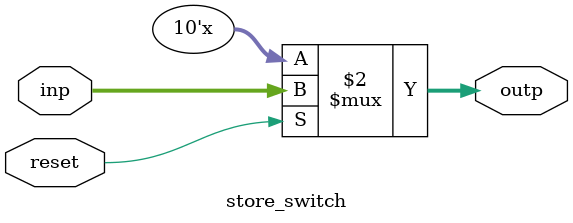
<source format=v>
`timescale 1ns / 1ps


module store_switch(
    input wire reset,
    input wire [0:9] inp,
    output reg [0:9] outp
    );
    
    always @(reset) begin
        if (reset) begin
            outp <= inp;
        end
     end
endmodule

</source>
